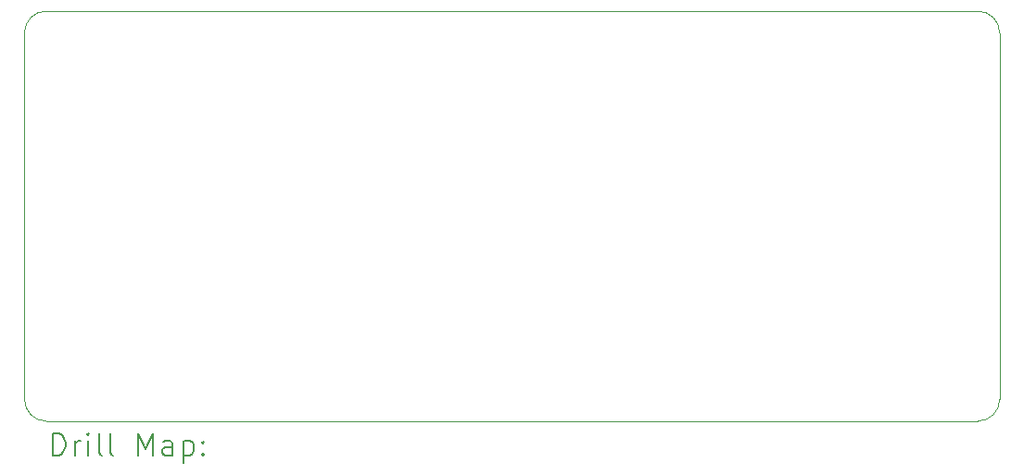
<source format=gbr>
%TF.GenerationSoftware,KiCad,Pcbnew,8.0.6*%
%TF.CreationDate,2024-12-27T23:55:05+01:00*%
%TF.ProjectId,koyomi-hdmi-lvds,6b6f796f-6d69-42d6-9864-6d692d6c7664,rev?*%
%TF.SameCoordinates,Original*%
%TF.FileFunction,Drillmap*%
%TF.FilePolarity,Positive*%
%FSLAX45Y45*%
G04 Gerber Fmt 4.5, Leading zero omitted, Abs format (unit mm)*
G04 Created by KiCad (PCBNEW 8.0.6) date 2024-12-27 23:55:05*
%MOMM*%
%LPD*%
G01*
G04 APERTURE LIST*
%ADD10C,0.010000*%
%ADD11C,0.200000*%
G04 APERTURE END LIST*
D10*
X6807000Y-4618000D02*
X15317000Y-4618000D01*
X15317000Y-8368000D02*
X6807000Y-8368000D01*
X15517000Y-4818000D02*
X15517000Y-8168000D01*
X6807000Y-8368000D02*
G75*
G02*
X6607000Y-8168000I0J200000D01*
G01*
X15517000Y-8168000D02*
G75*
G02*
X15317000Y-8368000I-200000J0D01*
G01*
X6607000Y-8168000D02*
X6607000Y-4818000D01*
X15317000Y-4618000D02*
G75*
G02*
X15517000Y-4818000I0J-200000D01*
G01*
X6607000Y-4818000D02*
G75*
G02*
X6807000Y-4618000I200000J0D01*
G01*
D11*
X6867277Y-8679984D02*
X6867277Y-8479984D01*
X6867277Y-8479984D02*
X6914896Y-8479984D01*
X6914896Y-8479984D02*
X6943467Y-8489508D01*
X6943467Y-8489508D02*
X6962515Y-8508555D01*
X6962515Y-8508555D02*
X6972039Y-8527603D01*
X6972039Y-8527603D02*
X6981562Y-8565698D01*
X6981562Y-8565698D02*
X6981562Y-8594270D01*
X6981562Y-8594270D02*
X6972039Y-8632365D01*
X6972039Y-8632365D02*
X6962515Y-8651412D01*
X6962515Y-8651412D02*
X6943467Y-8670460D01*
X6943467Y-8670460D02*
X6914896Y-8679984D01*
X6914896Y-8679984D02*
X6867277Y-8679984D01*
X7067277Y-8679984D02*
X7067277Y-8546650D01*
X7067277Y-8584746D02*
X7076801Y-8565698D01*
X7076801Y-8565698D02*
X7086324Y-8556174D01*
X7086324Y-8556174D02*
X7105372Y-8546650D01*
X7105372Y-8546650D02*
X7124420Y-8546650D01*
X7191086Y-8679984D02*
X7191086Y-8546650D01*
X7191086Y-8479984D02*
X7181562Y-8489508D01*
X7181562Y-8489508D02*
X7191086Y-8499031D01*
X7191086Y-8499031D02*
X7200610Y-8489508D01*
X7200610Y-8489508D02*
X7191086Y-8479984D01*
X7191086Y-8479984D02*
X7191086Y-8499031D01*
X7314896Y-8679984D02*
X7295848Y-8670460D01*
X7295848Y-8670460D02*
X7286324Y-8651412D01*
X7286324Y-8651412D02*
X7286324Y-8479984D01*
X7419658Y-8679984D02*
X7400610Y-8670460D01*
X7400610Y-8670460D02*
X7391086Y-8651412D01*
X7391086Y-8651412D02*
X7391086Y-8479984D01*
X7648229Y-8679984D02*
X7648229Y-8479984D01*
X7648229Y-8479984D02*
X7714896Y-8622841D01*
X7714896Y-8622841D02*
X7781562Y-8479984D01*
X7781562Y-8479984D02*
X7781562Y-8679984D01*
X7962515Y-8679984D02*
X7962515Y-8575222D01*
X7962515Y-8575222D02*
X7952991Y-8556174D01*
X7952991Y-8556174D02*
X7933943Y-8546650D01*
X7933943Y-8546650D02*
X7895848Y-8546650D01*
X7895848Y-8546650D02*
X7876801Y-8556174D01*
X7962515Y-8670460D02*
X7943467Y-8679984D01*
X7943467Y-8679984D02*
X7895848Y-8679984D01*
X7895848Y-8679984D02*
X7876801Y-8670460D01*
X7876801Y-8670460D02*
X7867277Y-8651412D01*
X7867277Y-8651412D02*
X7867277Y-8632365D01*
X7867277Y-8632365D02*
X7876801Y-8613317D01*
X7876801Y-8613317D02*
X7895848Y-8603793D01*
X7895848Y-8603793D02*
X7943467Y-8603793D01*
X7943467Y-8603793D02*
X7962515Y-8594270D01*
X8057753Y-8546650D02*
X8057753Y-8746650D01*
X8057753Y-8556174D02*
X8076801Y-8546650D01*
X8076801Y-8546650D02*
X8114896Y-8546650D01*
X8114896Y-8546650D02*
X8133943Y-8556174D01*
X8133943Y-8556174D02*
X8143467Y-8565698D01*
X8143467Y-8565698D02*
X8152991Y-8584746D01*
X8152991Y-8584746D02*
X8152991Y-8641889D01*
X8152991Y-8641889D02*
X8143467Y-8660936D01*
X8143467Y-8660936D02*
X8133943Y-8670460D01*
X8133943Y-8670460D02*
X8114896Y-8679984D01*
X8114896Y-8679984D02*
X8076801Y-8679984D01*
X8076801Y-8679984D02*
X8057753Y-8670460D01*
X8238705Y-8660936D02*
X8248229Y-8670460D01*
X8248229Y-8670460D02*
X8238705Y-8679984D01*
X8238705Y-8679984D02*
X8229182Y-8670460D01*
X8229182Y-8670460D02*
X8238705Y-8660936D01*
X8238705Y-8660936D02*
X8238705Y-8679984D01*
X8238705Y-8556174D02*
X8248229Y-8565698D01*
X8248229Y-8565698D02*
X8238705Y-8575222D01*
X8238705Y-8575222D02*
X8229182Y-8565698D01*
X8229182Y-8565698D02*
X8238705Y-8556174D01*
X8238705Y-8556174D02*
X8238705Y-8575222D01*
M02*

</source>
